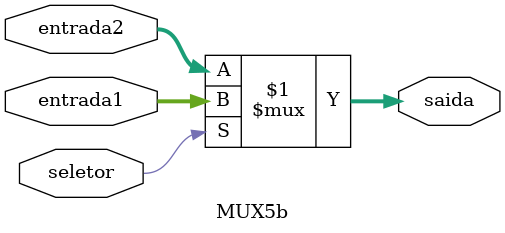
<source format=v>
module MUX5b (entrada1, entrada2, seletor, saida);

    input wire [4:0] entrada1, entrada2;
    input wire seletor;
    output [4:0] saida;

    assign saida = seletor ? entrada1 : entrada2;

endmodule
</source>
